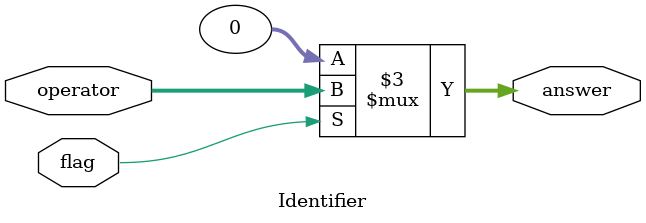
<source format=v>
`timescale 1ns/1ns
module  Identifier 
    (
        input [31:0]         operator,
        input                flag,
        output reg [31:0]    answer
    );
        always @(*) begin
            if(flag) begin
                answer = operator;
            end
            else begin
                answer = 32'b0;
            end
        end
endmodule //identifier
</source>
